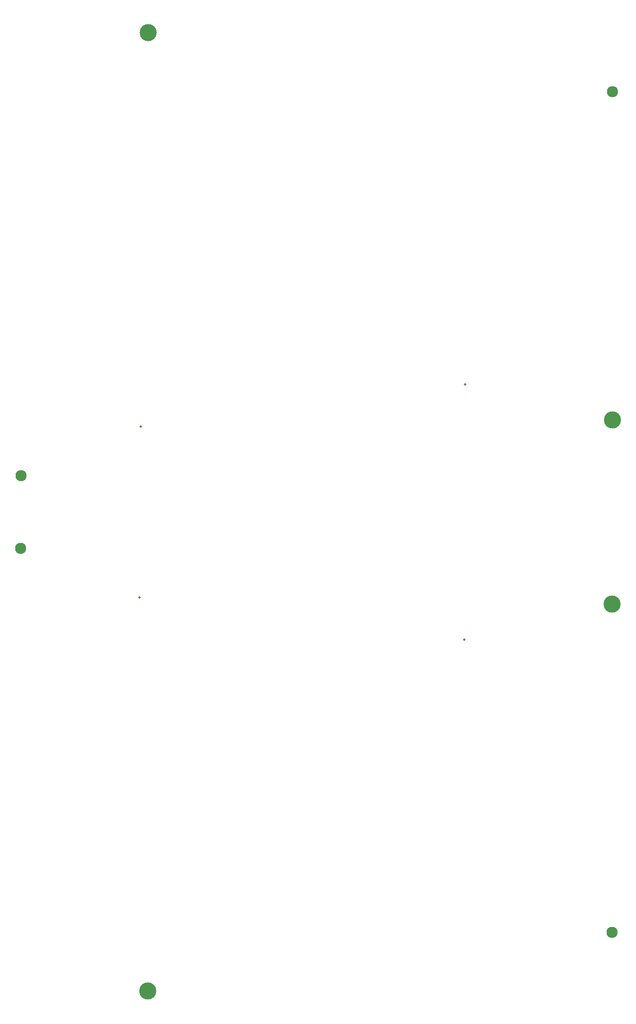
<source format=gtl>
G04 #@! TF.GenerationSoftware,KiCad,Pcbnew,5.0.2-bee76a0~70~ubuntu18.04.1*
G04 #@! TF.CreationDate,2019-06-12T22:12:57+09:00*
G04 #@! TF.ProjectId,mid1,6d696431-2e6b-4696-9361-645f70636258,rev?*
G04 #@! TF.SameCoordinates,Original*
G04 #@! TF.FileFunction,Copper,L1,Top*
G04 #@! TF.FilePolarity,Positive*
%FSLAX46Y46*%
G04 Gerber Fmt 4.6, Leading zero omitted, Abs format (unit mm)*
G04 Created by KiCad (PCBNEW 5.0.2-bee76a0~70~ubuntu18.04.1) date 2019年06月12日 22時12分57秒*
%MOMM*%
%LPD*%
G01*
G04 APERTURE LIST*
G04 #@! TA.AperFunction,ComponentPad*
%ADD10C,2.300000*%
G04 #@! TD*
G04 #@! TA.AperFunction,ComponentPad*
%ADD11C,3.500000*%
G04 #@! TD*
G04 #@! TA.AperFunction,ViaPad*
%ADD12C,0.500000*%
G04 #@! TD*
G04 APERTURE END LIST*
D10*
G04 #@! TO.P,Ref2,1*
G04 #@! TO.N,N/C*
X201829284Y-209205853D03*
G04 #@! TD*
D11*
G04 #@! TO.P,Ref5,*
G04 #@! TO.N,*
X201829284Y-141895853D03*
G04 #@! TD*
G04 #@! TO.P,Ref1,*
G04 #@! TO.N,*
X106579284Y-221270853D03*
G04 #@! TD*
D10*
G04 #@! TO.P,Ref3,1*
G04 #@! TO.N,N/C*
X80544284Y-130465853D03*
G04 #@! TD*
G04 #@! TO.P,Ref2,1*
G04 #@! TO.N,GND*
X201930000Y-36830000D03*
G04 #@! TD*
G04 #@! TO.P,Ref3,1*
G04 #@! TO.N,GND*
X80645000Y-115570000D03*
G04 #@! TD*
D11*
G04 #@! TO.P,Ref1,*
G04 #@! TO.N,*
X106680000Y-24765000D03*
G04 #@! TD*
G04 #@! TO.P,Ref5,*
G04 #@! TO.N,*
X201930000Y-104140000D03*
G04 #@! TD*
D12*
G04 #@! TO.N,*
X105156000Y-105537000D03*
X104902000Y-140589000D03*
X171704000Y-96901000D03*
X171577000Y-149225000D03*
G04 #@! TD*
M02*

</source>
